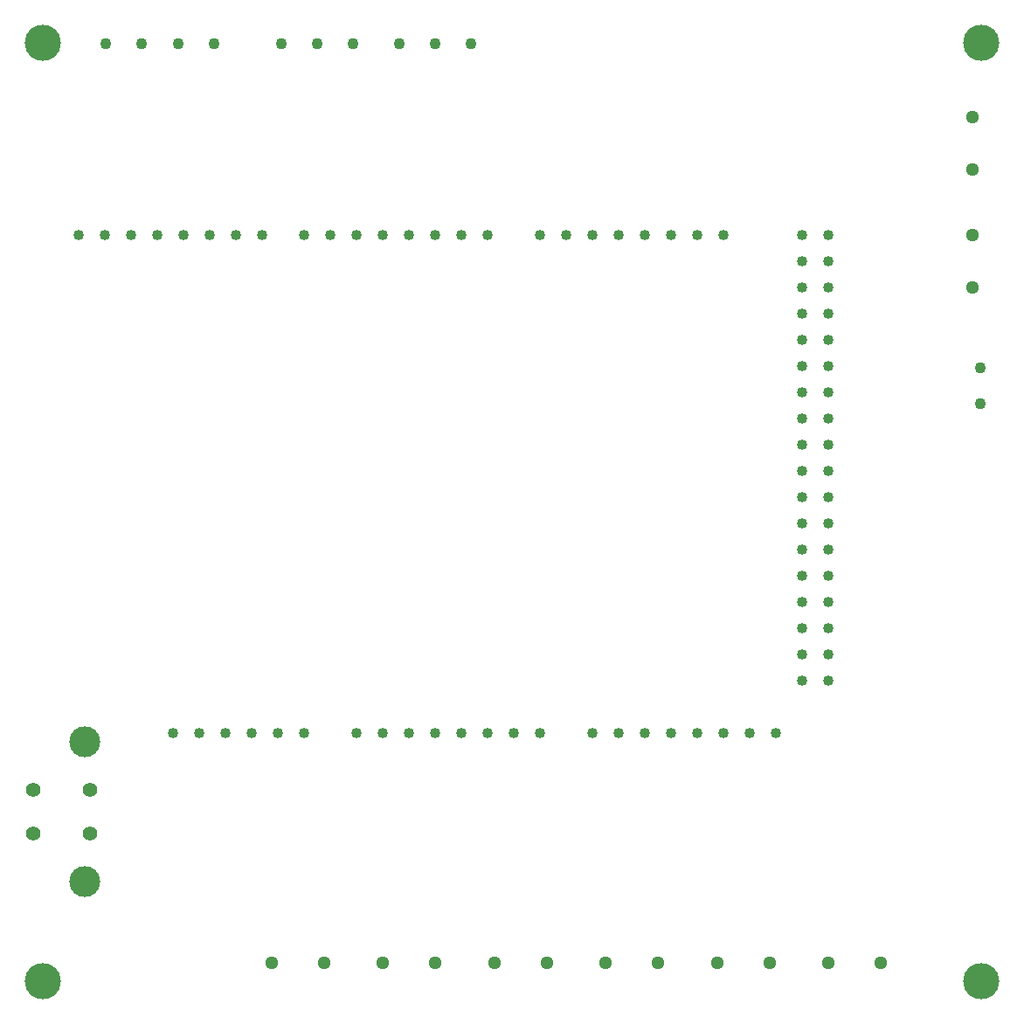
<source format=gbr>
%
M48
M72
T01C0.0400
T02C0.0433
T03C0.0512
T04C0.0551
T05C0.1181
T06C0.1378
%
T01
X14300Y31677
X15300Y31677
X16300Y31677
X17300Y31677
X18300Y31677
X19300Y31677
X21300Y31677
X22300Y31677
X23300Y31677
X24300Y31677
X25300Y31677
X26300Y31677
X27300Y31677
X28300Y31677
X31300Y31677
X32300Y31677
X32300Y30677
X32300Y29677
X31300Y29677
X31300Y30677
X31300Y28677
X31300Y27677
X31300Y26677
X32300Y26677
X32300Y27677
X32300Y28677
X32300Y25677
X32300Y24677
X31300Y24677
X31300Y25677
X31300Y23677
X31300Y22677
X32300Y22677
X32300Y23677
X32300Y21677
X32300Y20677
X32300Y19677
X31300Y19677
X31300Y20677
X31300Y21677
X31300Y18677
X31300Y17677
X32300Y17677
X32300Y18677
X32300Y16677
X32300Y15677
X31300Y15677
X31300Y16677
X31300Y14677
X32300Y14677
X30300Y12677
X29300Y12677
X28300Y12677
X27300Y12677
X26300Y12677
X25300Y12677
X24300Y12677
X23300Y12677
X21300Y12677
X20300Y12677
X19300Y12677
X18300Y12677
X17300Y12677
X16300Y12677
X15300Y12677
X14300Y12677
X12300Y12677
X11300Y12677
X10300Y12677
X9300Y12677
X8300Y12677
X7300Y12677
X7700Y31677
X6700Y31677
X5700Y31677
X4700Y31677
X3700Y31677
X8700Y31677
X9700Y31677
X10700Y31677
X12300Y31677
X13300Y31677
T02
X14178Y38967
X12800Y38967
X11422Y38967
X8867Y38967
X7489Y38967
X6111Y38967
X4733Y38967
X15922Y38967
X17300Y38967
X18678Y38967
X38089Y26616
X38089Y25238
T03
X37810Y29686
X37810Y31686
X37810Y34186
X37810Y36186
X15308Y3917
X17308Y3917
X19558Y3917
X21558Y3917
X23808Y3917
X25808Y3917
X28058Y3917
X30058Y3917
X32308Y3917
X34308Y3917
X13058Y3917
X11058Y3917
T04
X4133Y8851
X4133Y10504
X1967Y10504
X1967Y8851
T05
X3952Y12354
X3952Y7000
T06
X2322Y3199
X2322Y39026
X38148Y39026
X38148Y3199
M30

</source>
